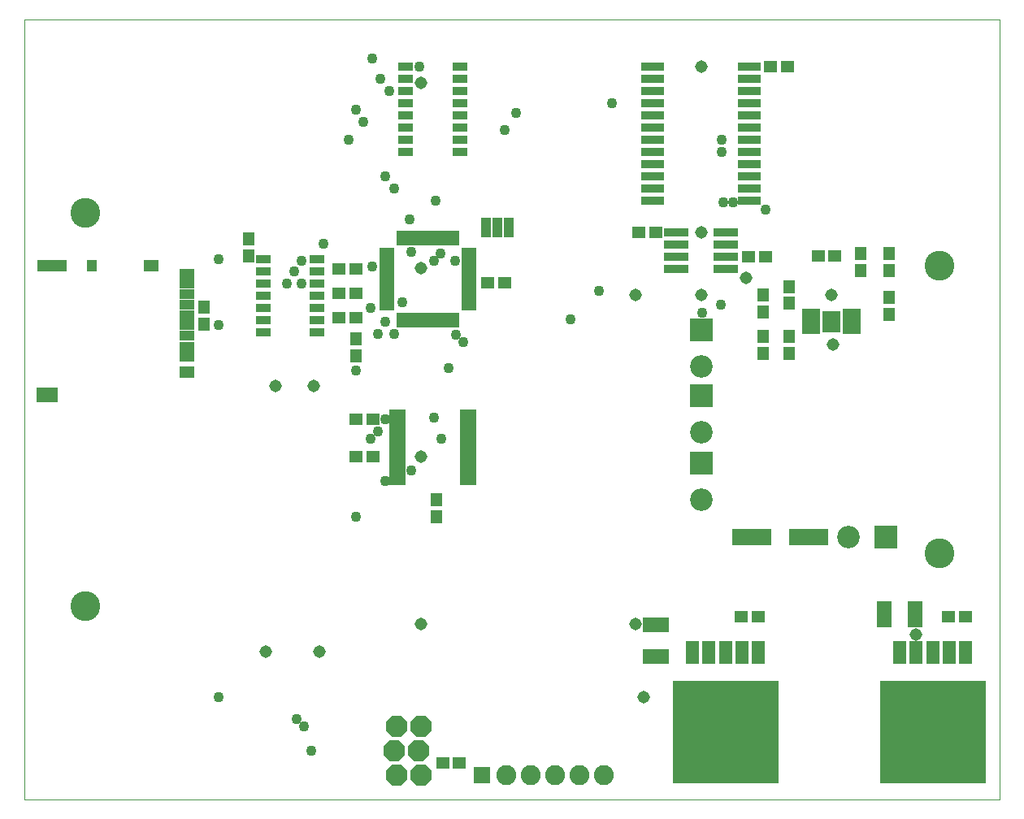
<source format=gts>
G75*
%MOIN*%
%OFA0B0*%
%FSLAX24Y24*%
%IPPOS*%
%LPD*%
%AMOC8*
5,1,8,0,0,1.08239X$1,22.5*
%
%ADD10C,0.0000*%
%ADD11R,0.0620X0.0340*%
%ADD12R,0.0340X0.0620*%
%ADD13R,0.0396X0.0789*%
%ADD14R,0.0553X0.0514*%
%ADD15R,0.0670X0.0257*%
%ADD16R,0.0920X0.0920*%
%ADD17C,0.0920*%
%ADD18R,0.0714X0.0714*%
%ADD19C,0.0820*%
%ADD20OC8,0.0860*%
%ADD21R,0.0750X0.0277*%
%ADD22R,0.0738X0.0864*%
%ADD23R,0.0514X0.0553*%
%ADD24R,0.4372X0.4218*%
%ADD25R,0.0540X0.0970*%
%ADD26R,0.1104X0.0592*%
%ADD27R,0.0592X0.1104*%
%ADD28C,0.1222*%
%ADD29R,0.0986X0.0356*%
%ADD30R,0.0920X0.0380*%
%ADD31R,0.1616X0.0671*%
%ADD32R,0.0592X0.0356*%
%ADD33R,0.0592X0.0396*%
%ADD34R,0.0435X0.0514*%
%ADD35R,0.0592X0.0514*%
%ADD36R,0.1222X0.0514*%
%ADD37R,0.0868X0.0632*%
%ADD38C,0.0430*%
%ADD39C,0.0516*%
D10*
X009543Y008752D02*
X009543Y040752D01*
X049543Y040752D01*
X049543Y008752D01*
X009543Y008752D01*
X011492Y016681D02*
X011494Y016728D01*
X011500Y016774D01*
X011510Y016820D01*
X011523Y016865D01*
X011541Y016908D01*
X011562Y016950D01*
X011586Y016990D01*
X011614Y017027D01*
X011645Y017062D01*
X011679Y017095D01*
X011715Y017124D01*
X011754Y017150D01*
X011795Y017173D01*
X011838Y017192D01*
X011882Y017208D01*
X011927Y017220D01*
X011973Y017228D01*
X012020Y017232D01*
X012066Y017232D01*
X012113Y017228D01*
X012159Y017220D01*
X012204Y017208D01*
X012248Y017192D01*
X012291Y017173D01*
X012332Y017150D01*
X012371Y017124D01*
X012407Y017095D01*
X012441Y017062D01*
X012472Y017027D01*
X012500Y016990D01*
X012524Y016950D01*
X012545Y016908D01*
X012563Y016865D01*
X012576Y016820D01*
X012586Y016774D01*
X012592Y016728D01*
X012594Y016681D01*
X012592Y016634D01*
X012586Y016588D01*
X012576Y016542D01*
X012563Y016497D01*
X012545Y016454D01*
X012524Y016412D01*
X012500Y016372D01*
X012472Y016335D01*
X012441Y016300D01*
X012407Y016267D01*
X012371Y016238D01*
X012332Y016212D01*
X012291Y016189D01*
X012248Y016170D01*
X012204Y016154D01*
X012159Y016142D01*
X012113Y016134D01*
X012066Y016130D01*
X012020Y016130D01*
X011973Y016134D01*
X011927Y016142D01*
X011882Y016154D01*
X011838Y016170D01*
X011795Y016189D01*
X011754Y016212D01*
X011715Y016238D01*
X011679Y016267D01*
X011645Y016300D01*
X011614Y016335D01*
X011586Y016372D01*
X011562Y016412D01*
X011541Y016454D01*
X011523Y016497D01*
X011510Y016542D01*
X011500Y016588D01*
X011494Y016634D01*
X011492Y016681D01*
X011492Y032823D02*
X011494Y032870D01*
X011500Y032916D01*
X011510Y032962D01*
X011523Y033007D01*
X011541Y033050D01*
X011562Y033092D01*
X011586Y033132D01*
X011614Y033169D01*
X011645Y033204D01*
X011679Y033237D01*
X011715Y033266D01*
X011754Y033292D01*
X011795Y033315D01*
X011838Y033334D01*
X011882Y033350D01*
X011927Y033362D01*
X011973Y033370D01*
X012020Y033374D01*
X012066Y033374D01*
X012113Y033370D01*
X012159Y033362D01*
X012204Y033350D01*
X012248Y033334D01*
X012291Y033315D01*
X012332Y033292D01*
X012371Y033266D01*
X012407Y033237D01*
X012441Y033204D01*
X012472Y033169D01*
X012500Y033132D01*
X012524Y033092D01*
X012545Y033050D01*
X012563Y033007D01*
X012576Y032962D01*
X012586Y032916D01*
X012592Y032870D01*
X012594Y032823D01*
X012592Y032776D01*
X012586Y032730D01*
X012576Y032684D01*
X012563Y032639D01*
X012545Y032596D01*
X012524Y032554D01*
X012500Y032514D01*
X012472Y032477D01*
X012441Y032442D01*
X012407Y032409D01*
X012371Y032380D01*
X012332Y032354D01*
X012291Y032331D01*
X012248Y032312D01*
X012204Y032296D01*
X012159Y032284D01*
X012113Y032276D01*
X012066Y032272D01*
X012020Y032272D01*
X011973Y032276D01*
X011927Y032284D01*
X011882Y032296D01*
X011838Y032312D01*
X011795Y032331D01*
X011754Y032354D01*
X011715Y032380D01*
X011679Y032409D01*
X011645Y032442D01*
X011614Y032477D01*
X011586Y032514D01*
X011562Y032554D01*
X011541Y032596D01*
X011523Y032639D01*
X011510Y032684D01*
X011500Y032730D01*
X011494Y032776D01*
X011492Y032823D01*
X046531Y030658D02*
X046533Y030705D01*
X046539Y030751D01*
X046549Y030797D01*
X046562Y030842D01*
X046580Y030885D01*
X046601Y030927D01*
X046625Y030967D01*
X046653Y031004D01*
X046684Y031039D01*
X046718Y031072D01*
X046754Y031101D01*
X046793Y031127D01*
X046834Y031150D01*
X046877Y031169D01*
X046921Y031185D01*
X046966Y031197D01*
X047012Y031205D01*
X047059Y031209D01*
X047105Y031209D01*
X047152Y031205D01*
X047198Y031197D01*
X047243Y031185D01*
X047287Y031169D01*
X047330Y031150D01*
X047371Y031127D01*
X047410Y031101D01*
X047446Y031072D01*
X047480Y031039D01*
X047511Y031004D01*
X047539Y030967D01*
X047563Y030927D01*
X047584Y030885D01*
X047602Y030842D01*
X047615Y030797D01*
X047625Y030751D01*
X047631Y030705D01*
X047633Y030658D01*
X047631Y030611D01*
X047625Y030565D01*
X047615Y030519D01*
X047602Y030474D01*
X047584Y030431D01*
X047563Y030389D01*
X047539Y030349D01*
X047511Y030312D01*
X047480Y030277D01*
X047446Y030244D01*
X047410Y030215D01*
X047371Y030189D01*
X047330Y030166D01*
X047287Y030147D01*
X047243Y030131D01*
X047198Y030119D01*
X047152Y030111D01*
X047105Y030107D01*
X047059Y030107D01*
X047012Y030111D01*
X046966Y030119D01*
X046921Y030131D01*
X046877Y030147D01*
X046834Y030166D01*
X046793Y030189D01*
X046754Y030215D01*
X046718Y030244D01*
X046684Y030277D01*
X046653Y030312D01*
X046625Y030349D01*
X046601Y030389D01*
X046580Y030431D01*
X046562Y030474D01*
X046549Y030519D01*
X046539Y030565D01*
X046533Y030611D01*
X046531Y030658D01*
X046531Y018846D02*
X046533Y018893D01*
X046539Y018939D01*
X046549Y018985D01*
X046562Y019030D01*
X046580Y019073D01*
X046601Y019115D01*
X046625Y019155D01*
X046653Y019192D01*
X046684Y019227D01*
X046718Y019260D01*
X046754Y019289D01*
X046793Y019315D01*
X046834Y019338D01*
X046877Y019357D01*
X046921Y019373D01*
X046966Y019385D01*
X047012Y019393D01*
X047059Y019397D01*
X047105Y019397D01*
X047152Y019393D01*
X047198Y019385D01*
X047243Y019373D01*
X047287Y019357D01*
X047330Y019338D01*
X047371Y019315D01*
X047410Y019289D01*
X047446Y019260D01*
X047480Y019227D01*
X047511Y019192D01*
X047539Y019155D01*
X047563Y019115D01*
X047584Y019073D01*
X047602Y019030D01*
X047615Y018985D01*
X047625Y018939D01*
X047631Y018893D01*
X047633Y018846D01*
X047631Y018799D01*
X047625Y018753D01*
X047615Y018707D01*
X047602Y018662D01*
X047584Y018619D01*
X047563Y018577D01*
X047539Y018537D01*
X047511Y018500D01*
X047480Y018465D01*
X047446Y018432D01*
X047410Y018403D01*
X047371Y018377D01*
X047330Y018354D01*
X047287Y018335D01*
X047243Y018319D01*
X047198Y018307D01*
X047152Y018299D01*
X047105Y018295D01*
X047059Y018295D01*
X047012Y018299D01*
X046966Y018307D01*
X046921Y018319D01*
X046877Y018335D01*
X046834Y018354D01*
X046793Y018377D01*
X046754Y018403D01*
X046718Y018432D01*
X046684Y018465D01*
X046653Y018500D01*
X046625Y018537D01*
X046601Y018577D01*
X046580Y018619D01*
X046562Y018662D01*
X046549Y018707D01*
X046539Y018753D01*
X046533Y018799D01*
X046531Y018846D01*
D11*
X027783Y029000D03*
X027783Y029315D03*
X027783Y029630D03*
X027783Y029945D03*
X027783Y030260D03*
X027783Y030575D03*
X027783Y030890D03*
X027783Y031205D03*
X024403Y031205D03*
X024403Y030890D03*
X024403Y030575D03*
X024403Y030260D03*
X024403Y029945D03*
X024403Y029630D03*
X024403Y029315D03*
X024403Y029000D03*
D12*
X024990Y028412D03*
X025305Y028412D03*
X025620Y028412D03*
X025935Y028412D03*
X026250Y028412D03*
X026565Y028412D03*
X026880Y028412D03*
X027195Y028412D03*
X027195Y031792D03*
X026880Y031792D03*
X026565Y031792D03*
X026250Y031792D03*
X025935Y031792D03*
X025620Y031792D03*
X025305Y031792D03*
X024990Y031792D03*
D13*
X028470Y032202D03*
X028943Y032202D03*
X029415Y032202D03*
D14*
X029227Y029952D03*
X028558Y029952D03*
X023127Y029502D03*
X022458Y029502D03*
X022458Y030502D03*
X023127Y030502D03*
X023127Y028502D03*
X022458Y028502D03*
X023158Y024352D03*
X023827Y024352D03*
X023827Y022802D03*
X023158Y022802D03*
X034758Y032002D03*
X035427Y032002D03*
X039258Y031002D03*
X039927Y031002D03*
X042108Y031052D03*
X042777Y031052D03*
X040827Y038802D03*
X040158Y038802D03*
X039627Y016252D03*
X038958Y016252D03*
X047458Y016252D03*
X048127Y016252D03*
X027377Y010252D03*
X026708Y010252D03*
D15*
X027732Y021795D03*
X027732Y022051D03*
X027732Y022307D03*
X027732Y022563D03*
X027732Y022819D03*
X027732Y023074D03*
X027732Y023330D03*
X027732Y023586D03*
X027732Y023842D03*
X027732Y024098D03*
X027732Y024354D03*
X027732Y024610D03*
X024853Y024610D03*
X024853Y024354D03*
X024853Y024098D03*
X024853Y023842D03*
X024853Y023586D03*
X024853Y023330D03*
X024853Y023074D03*
X024853Y022819D03*
X024853Y022563D03*
X024853Y022307D03*
X024853Y022051D03*
X024853Y021795D03*
D16*
X037293Y022567D03*
X037293Y025322D03*
X037293Y028035D03*
X044863Y019502D03*
D17*
X043345Y019502D03*
X037293Y021049D03*
X037293Y023804D03*
X037293Y026517D03*
D18*
X028293Y009752D03*
D19*
X029293Y009752D03*
X030293Y009752D03*
X031293Y009752D03*
X032293Y009752D03*
X033293Y009752D03*
D20*
X025793Y009752D03*
X024793Y009752D03*
X024693Y010752D03*
X025693Y010752D03*
X025793Y011752D03*
X024793Y011752D03*
D21*
X041816Y027969D03*
X041816Y028224D03*
X041816Y028480D03*
X041816Y028736D03*
X043469Y028736D03*
X043469Y028480D03*
X043469Y028224D03*
X043469Y027969D03*
D22*
X042643Y028352D03*
D23*
X040893Y027737D03*
X040893Y027068D03*
X039843Y027068D03*
X039843Y027737D03*
X039843Y028768D03*
X039843Y029437D03*
X040893Y029118D03*
X040893Y029787D03*
X043843Y030468D03*
X043843Y031137D03*
X044993Y031137D03*
X044993Y030468D03*
X044993Y029337D03*
X044993Y028668D03*
X026443Y021037D03*
X026443Y020368D03*
X023143Y026968D03*
X023143Y027637D03*
X018743Y031068D03*
X018743Y031737D03*
X016893Y028937D03*
X016893Y028268D03*
D24*
X038293Y011502D03*
X046793Y011502D03*
D25*
X046793Y014782D03*
X047463Y014782D03*
X048133Y014782D03*
X046123Y014782D03*
X045453Y014782D03*
X039633Y014782D03*
X038963Y014782D03*
X038293Y014782D03*
X037623Y014782D03*
X036953Y014782D03*
D26*
X035443Y014603D03*
X035443Y015902D03*
D27*
X044793Y016352D03*
X046092Y016352D03*
D28*
X047082Y018846D03*
X047082Y030658D03*
X012043Y032823D03*
X012043Y016681D03*
D29*
X036269Y030502D03*
X036269Y031002D03*
X036269Y031502D03*
X036269Y032002D03*
X038316Y032002D03*
X038316Y031502D03*
X038316Y031002D03*
X038316Y030502D03*
D30*
X039273Y033302D03*
X039273Y033802D03*
X039273Y034302D03*
X039273Y034802D03*
X039273Y035302D03*
X039273Y035802D03*
X039273Y036302D03*
X039273Y036802D03*
X039273Y037302D03*
X039273Y037802D03*
X039273Y038302D03*
X039273Y038802D03*
X035313Y038802D03*
X035313Y038302D03*
X035313Y037802D03*
X035313Y037302D03*
X035313Y036802D03*
X035313Y036302D03*
X035313Y035802D03*
X035313Y035302D03*
X035313Y034802D03*
X035313Y034302D03*
X035313Y033802D03*
X035313Y033302D03*
D31*
X039361Y019502D03*
X041724Y019502D03*
D32*
X027395Y035302D03*
X027395Y035802D03*
X027395Y036302D03*
X027395Y036802D03*
X027395Y037302D03*
X027395Y037802D03*
X027395Y038302D03*
X027395Y038802D03*
X025190Y038802D03*
X025190Y038302D03*
X025190Y037802D03*
X025190Y037302D03*
X025190Y036802D03*
X025190Y036302D03*
X025190Y035802D03*
X025190Y035302D03*
X021545Y030902D03*
X021545Y030402D03*
X021545Y029902D03*
X021545Y029402D03*
X021545Y028902D03*
X021545Y028402D03*
X021545Y027902D03*
X019340Y027902D03*
X019340Y028402D03*
X019340Y028902D03*
X019340Y029402D03*
X019340Y029902D03*
X019340Y030402D03*
X019340Y030902D03*
D33*
X016193Y030308D03*
X016193Y029934D03*
X016193Y029501D03*
X016193Y029068D03*
X016193Y028635D03*
X016193Y028202D03*
X016193Y027769D03*
X016193Y027335D03*
X016193Y026902D03*
D34*
X012295Y030662D03*
D35*
X014736Y030662D03*
X016193Y026292D03*
D36*
X010661Y030662D03*
D37*
X010484Y025367D03*
D38*
X017493Y028202D03*
X020293Y029902D03*
X020893Y029902D03*
X020593Y030402D03*
X020893Y030852D03*
X021793Y031552D03*
X023793Y030602D03*
X025043Y029152D03*
X024343Y028352D03*
X024043Y027852D03*
X024693Y027852D03*
X023743Y028902D03*
X025393Y031202D03*
X026343Y030852D03*
X026593Y031152D03*
X027193Y030852D03*
X025343Y032552D03*
X026393Y033302D03*
X024693Y033802D03*
X024343Y034302D03*
X022843Y035802D03*
X023443Y036552D03*
X023143Y037052D03*
X024493Y037802D03*
X024143Y038302D03*
X023793Y039152D03*
X025743Y038802D03*
X029243Y036202D03*
X029693Y036902D03*
X033643Y037302D03*
X038143Y035802D03*
X038143Y035302D03*
X038193Y033252D03*
X038593Y033252D03*
X039943Y032952D03*
X038093Y029052D03*
X037343Y028702D03*
X033093Y029602D03*
X031943Y028452D03*
X027543Y027502D03*
X027243Y027802D03*
X026943Y026452D03*
X026343Y024402D03*
X026643Y023552D03*
X025393Y022252D03*
X024343Y021802D03*
X023143Y020352D03*
X023743Y023552D03*
X024043Y023852D03*
X024343Y024352D03*
X023143Y026352D03*
X017493Y030902D03*
X017493Y012952D03*
X020693Y012052D03*
X020993Y011752D03*
X021293Y010752D03*
D39*
X021643Y014802D03*
X019443Y014802D03*
X025793Y015952D03*
X025793Y022802D03*
X021393Y025702D03*
X019843Y025702D03*
X025793Y030552D03*
X025793Y038152D03*
X034593Y029452D03*
X037293Y029452D03*
X039143Y030152D03*
X037293Y032002D03*
X042643Y029452D03*
X042693Y027402D03*
X037293Y038802D03*
X034593Y015952D03*
X034943Y012952D03*
X046093Y015502D03*
M02*

</source>
